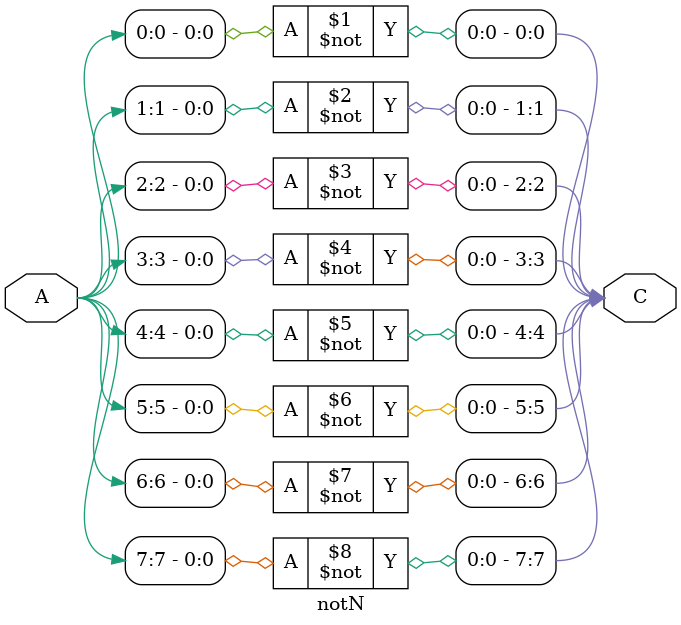
<source format=v>
`timescale 1ns / 1ps


module notN #(parameter N = 8)(
    input wire [N-1:0] A,
    output wire [N-1:0] C
    );
    
    genvar i;
    generate 
      for (i = 0; i < N; i = i+1) begin
        not NOT(C[i],A[i]);
      end
    endgenerate
        
endmodule

</source>
